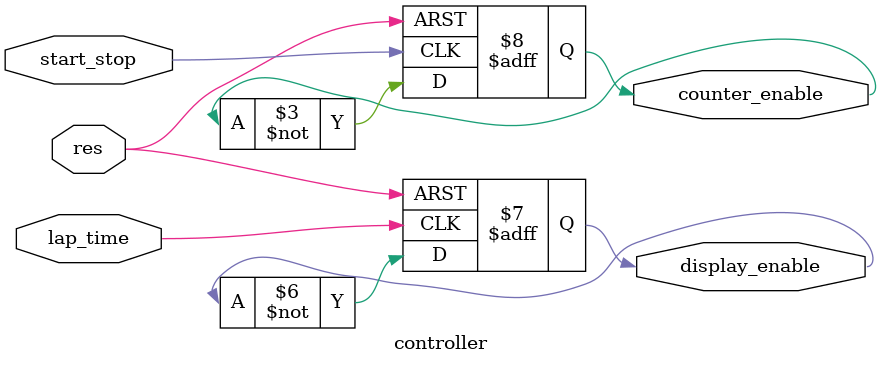
<source format=v>
/*
 * Copyright (c) 2024 Fabio Ramirez Stern
 * SPDX-License-Identifier: Apache-2.0
 */

`define default_netname none

module controller (
    input  wire res,            // reset, active low
    input  wire start_stop,     // impulse toggles counter_enable
    input  wire lap_time,       // impulse toggles display_enable
    output reg  counter_enable, // 
    output reg  display_enable  //
 );
  
    always @(posedge start_stop or negedge res) begin
        if (!res)
            counter_enable <= 1'b0;
        else
            counter_enable <= ~counter_enable;
    end
  
    always @(posedge lap_time or negedge res) begin
        if (!res)
            display_enable <= 1'b1;
        else
            display_enable <= ~display_enable;
    end
  
endmodule
</source>
